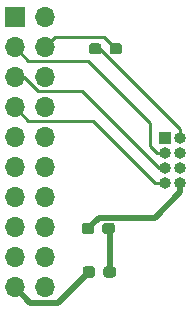
<source format=gbr>
%TF.GenerationSoftware,KiCad,Pcbnew,(5.1.6-0-10_14)*%
%TF.CreationDate,2022-05-20T12:20:58-05:00*%
%TF.ProjectId,programmer_adapter,70726f67-7261-46d6-9d65-725f61646170,rev?*%
%TF.SameCoordinates,Original*%
%TF.FileFunction,Copper,L1,Top*%
%TF.FilePolarity,Positive*%
%FSLAX46Y46*%
G04 Gerber Fmt 4.6, Leading zero omitted, Abs format (unit mm)*
G04 Created by KiCad (PCBNEW (5.1.6-0-10_14)) date 2022-05-20 12:20:58*
%MOMM*%
%LPD*%
G01*
G04 APERTURE LIST*
%TA.AperFunction,ComponentPad*%
%ADD10R,1.700000X1.700000*%
%TD*%
%TA.AperFunction,ComponentPad*%
%ADD11O,1.700000X1.700000*%
%TD*%
%TA.AperFunction,ComponentPad*%
%ADD12R,1.000000X1.000000*%
%TD*%
%TA.AperFunction,ComponentPad*%
%ADD13O,1.000000X1.000000*%
%TD*%
%TA.AperFunction,Conductor*%
%ADD14C,0.499872*%
%TD*%
%TA.AperFunction,Conductor*%
%ADD15C,0.250000*%
%TD*%
G04 APERTURE END LIST*
D10*
X69230000Y-54530000D03*
D11*
X71770000Y-54530000D03*
X69230000Y-57070000D03*
X71770000Y-57070000D03*
X69230000Y-59610000D03*
X71770000Y-59610000D03*
X69230000Y-62150000D03*
X71770000Y-62150000D03*
X69230000Y-64690000D03*
X71770000Y-64690000D03*
X69230000Y-67230000D03*
X71770000Y-67230000D03*
X69230000Y-69770000D03*
X71770000Y-69770000D03*
X69230000Y-72310000D03*
X71770000Y-72310000D03*
X69230000Y-74850000D03*
X71770000Y-74850000D03*
X69230000Y-77390000D03*
X71770000Y-77390000D03*
D12*
X81991200Y-64795400D03*
D13*
X83261200Y-64795400D03*
X81991200Y-66065400D03*
X83261200Y-66065400D03*
X81991200Y-67335400D03*
X83261200Y-67335400D03*
X81991200Y-68605400D03*
X83261200Y-68605400D03*
%TA.AperFunction,SMDPad,CuDef*%
G36*
G01*
X77803200Y-75860900D02*
X77803200Y-76335900D01*
G75*
G02*
X77565700Y-76573400I-237500J0D01*
G01*
X76990700Y-76573400D01*
G75*
G02*
X76753200Y-76335900I0J237500D01*
G01*
X76753200Y-75860900D01*
G75*
G02*
X76990700Y-75623400I237500J0D01*
G01*
X77565700Y-75623400D01*
G75*
G02*
X77803200Y-75860900I0J-237500D01*
G01*
G37*
%TD.AperFunction*%
%TA.AperFunction,SMDPad,CuDef*%
G36*
G01*
X76053200Y-75860900D02*
X76053200Y-76335900D01*
G75*
G02*
X75815700Y-76573400I-237500J0D01*
G01*
X75240700Y-76573400D01*
G75*
G02*
X75003200Y-76335900I0J237500D01*
G01*
X75003200Y-75860900D01*
G75*
G02*
X75240700Y-75623400I237500J0D01*
G01*
X75815700Y-75623400D01*
G75*
G02*
X76053200Y-75860900I0J-237500D01*
G01*
G37*
%TD.AperFunction*%
%TA.AperFunction,SMDPad,CuDef*%
G36*
G01*
X77270000Y-57447500D02*
X77270000Y-56972500D01*
G75*
G02*
X77507500Y-56735000I237500J0D01*
G01*
X78082500Y-56735000D01*
G75*
G02*
X78320000Y-56972500I0J-237500D01*
G01*
X78320000Y-57447500D01*
G75*
G02*
X78082500Y-57685000I-237500J0D01*
G01*
X77507500Y-57685000D01*
G75*
G02*
X77270000Y-57447500I0J237500D01*
G01*
G37*
%TD.AperFunction*%
%TA.AperFunction,SMDPad,CuDef*%
G36*
G01*
X75520000Y-57447500D02*
X75520000Y-56972500D01*
G75*
G02*
X75757500Y-56735000I237500J0D01*
G01*
X76332500Y-56735000D01*
G75*
G02*
X76570000Y-56972500I0J-237500D01*
G01*
X76570000Y-57447500D01*
G75*
G02*
X76332500Y-57685000I-237500J0D01*
G01*
X75757500Y-57685000D01*
G75*
G02*
X75520000Y-57447500I0J237500D01*
G01*
G37*
%TD.AperFunction*%
%TA.AperFunction,SMDPad,CuDef*%
G36*
G01*
X77715600Y-72177900D02*
X77715600Y-72652900D01*
G75*
G02*
X77478100Y-72890400I-237500J0D01*
G01*
X76903100Y-72890400D01*
G75*
G02*
X76665600Y-72652900I0J237500D01*
G01*
X76665600Y-72177900D01*
G75*
G02*
X76903100Y-71940400I237500J0D01*
G01*
X77478100Y-71940400D01*
G75*
G02*
X77715600Y-72177900I0J-237500D01*
G01*
G37*
%TD.AperFunction*%
%TA.AperFunction,SMDPad,CuDef*%
G36*
G01*
X75965600Y-72177900D02*
X75965600Y-72652900D01*
G75*
G02*
X75728100Y-72890400I-237500J0D01*
G01*
X75153100Y-72890400D01*
G75*
G02*
X74915600Y-72652900I0J237500D01*
G01*
X74915600Y-72177900D01*
G75*
G02*
X75153100Y-71940400I237500J0D01*
G01*
X75728100Y-71940400D01*
G75*
G02*
X75965600Y-72177900I0J-237500D01*
G01*
G37*
%TD.AperFunction*%
D14*
X76365546Y-71490454D02*
X75440600Y-72415400D01*
X83261200Y-69312506D02*
X81083252Y-71490454D01*
X81083252Y-71490454D02*
X76365546Y-71490454D01*
X83261200Y-68605400D02*
X83261200Y-69312506D01*
D15*
X81284094Y-66065400D02*
X80670400Y-65451706D01*
X81991200Y-66065400D02*
X81284094Y-66065400D01*
X80670400Y-65451706D02*
X80670400Y-63500000D01*
X75415401Y-58245001D02*
X70405001Y-58245001D01*
X70405001Y-58245001D02*
X69230000Y-57070000D01*
X80670400Y-63500000D02*
X75415401Y-58245001D01*
X76805001Y-56220001D02*
X72619999Y-56220001D01*
X72619999Y-56220001D02*
X71770000Y-57070000D01*
X77795000Y-57210000D02*
X76805001Y-56220001D01*
X71205999Y-60785001D02*
X74907401Y-60785001D01*
X70030998Y-59610000D02*
X71205999Y-60785001D01*
X69230000Y-59610000D02*
X70030998Y-59610000D01*
X81457800Y-67335400D02*
X81991200Y-67335400D01*
X74907401Y-60785001D02*
X81457800Y-67335400D01*
X81991200Y-68605400D02*
X81127600Y-68605400D01*
X75847201Y-63325001D02*
X70405001Y-63325001D01*
X70405001Y-63325001D02*
X69230000Y-62150000D01*
X81127600Y-68605400D02*
X75847201Y-63325001D01*
X76474490Y-57210000D02*
X76045000Y-57210000D01*
X83261200Y-63996710D02*
X76474490Y-57210000D01*
X83261200Y-64795400D02*
X83261200Y-63996710D01*
D14*
X70529937Y-78689937D02*
X69230000Y-77390000D01*
X72936663Y-78689937D02*
X70529937Y-78689937D01*
X75528200Y-76098400D02*
X72936663Y-78689937D01*
X77278200Y-72503000D02*
X77190600Y-72415400D01*
X77278200Y-76098400D02*
X77278200Y-72503000D01*
M02*

</source>
